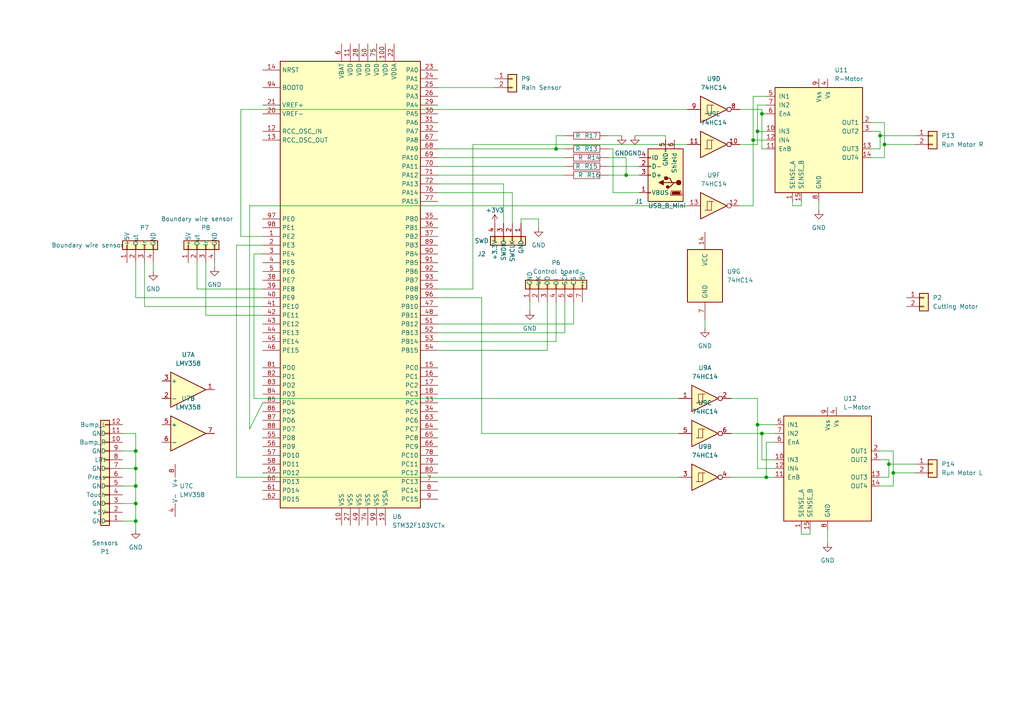
<source format=kicad_sch>
(kicad_sch (version 20211123) (generator eeschema)
  (paper "A4")
  (lib_symbols
    (symbol "74xx:74HC14" (pin_names (offset 1.016))
      (property "Reference" "U" (at 0 1.27 0))
      (property "Value" "74HC14" (at 0 -1.27 0))
      (symbol "74HC14_1_0"
        (polyline (pts (xy -3.81 3.81) (xy -3.81 -3.81) (xy 3.81 0) (xy -3.81 3.81)) (stroke (width 0.254)) (fill (type background)))
        (pin input line (at -7.62 0 0) (length 3.81) (name "~") (number "1"))
        (pin output inverted (at 7.62 0 180) (length 3.81) (name "~") (number "2"))
      )
      (symbol "74HC14_1_1"
        (polyline (pts (xy -1.905 -1.27) (xy -1.905 1.27) (xy -0.635 1.27)))
        (polyline (pts (xy -2.54 -1.27) (xy -0.635 -1.27) (xy -0.635 1.27) (xy 0 1.27)))
      )
      (symbol "74HC14_2_0"
        (polyline (pts (xy -3.81 3.81) (xy -3.81 -3.81) (xy 3.81 0) (xy -3.81 3.81)) (stroke (width 0.254)) (fill (type background)))
        (pin input line (at -7.62 0 0) (length 3.81) (name "~") (number "3"))
        (pin output inverted (at 7.62 0 180) (length 3.81) (name "~") (number "4"))
      )
      (symbol "74HC14_2_1"
        (polyline (pts (xy -1.905 -1.27) (xy -1.905 1.27) (xy -0.635 1.27)))
        (polyline (pts (xy -2.54 -1.27) (xy -0.635 -1.27) (xy -0.635 1.27) (xy 0 1.27)))
      )
      (symbol "74HC14_3_0"
        (polyline (pts (xy -3.81 3.81) (xy -3.81 -3.81) (xy 3.81 0) (xy -3.81 3.81)) (stroke (width 0.254)) (fill (type background)))
        (pin input line (at -7.62 0 0) (length 3.81) (name "~") (number "5"))
        (pin output inverted (at 7.62 0 180) (length 3.81) (name "~") (number "6"))
      )
      (symbol "74HC14_3_1"
        (polyline (pts (xy -1.905 -1.27) (xy -1.905 1.27) (xy -0.635 1.27)))
        (polyline (pts (xy -2.54 -1.27) (xy -0.635 -1.27) (xy -0.635 1.27) (xy 0 1.27)))
      )
      (symbol "74HC14_4_0"
        (polyline (pts (xy -3.81 3.81) (xy -3.81 -3.81) (xy 3.81 0) (xy -3.81 3.81)) (stroke (width 0.254)) (fill (type background)))
        (pin output inverted (at 7.62 0 180) (length 3.81) (name "~") (number "8"))
        (pin input line (at -7.62 0 0) (length 3.81) (name "~") (number "9"))
      )
      (symbol "74HC14_4_1"
        (polyline (pts (xy -1.905 -1.27) (xy -1.905 1.27) (xy -0.635 1.27)))
        (polyline (pts (xy -2.54 -1.27) (xy -0.635 -1.27) (xy -0.635 1.27) (xy 0 1.27)))
      )
      (symbol "74HC14_5_0"
        (polyline (pts (xy -3.81 3.81) (xy -3.81 -3.81) (xy 3.81 0) (xy -3.81 3.81)) (stroke (width 0.254)) (fill (type background)))
        (pin output inverted (at 7.62 0 180) (length 3.81) (name "~") (number "10"))
        (pin input line (at -7.62 0 0) (length 3.81) (name "~") (number "11"))
      )
      (symbol "74HC14_5_1"
        (polyline (pts (xy -1.905 -1.27) (xy -1.905 1.27) (xy -0.635 1.27)))
        (polyline (pts (xy -2.54 -1.27) (xy -0.635 -1.27) (xy -0.635 1.27) (xy 0 1.27)))
      )
      (symbol "74HC14_6_0"
        (polyline (pts (xy -3.81 3.81) (xy -3.81 -3.81) (xy 3.81 0) (xy -3.81 3.81)) (stroke (width 0.254)) (fill (type background)))
        (pin output inverted (at 7.62 0 180) (length 3.81) (name "~") (number "12"))
        (pin input line (at -7.62 0 0) (length 3.81) (name "~") (number "13"))
      )
      (symbol "74HC14_6_1"
        (polyline (pts (xy -1.905 -1.27) (xy -1.905 1.27) (xy -0.635 1.27)))
        (polyline (pts (xy -2.54 -1.27) (xy -0.635 -1.27) (xy -0.635 1.27) (xy 0 1.27)))
      )
      (symbol "74HC14_7_0"
        (pin power_in line (at 0 12.7 270) (length 5.08) (name "VCC") (number "14"))
        (pin power_in line (at 0 -12.7 90) (length 5.08) (name "GND") (number "7"))
      )
      (symbol "74HC14_7_1"
        (rectangle (start -5.08 7.62) (end 5.08 -7.62) (stroke (width 0.254)) (fill (type background)))
      )
    )
    (symbol "Amplifier_Operational:LMV358" (pin_names (offset 0.127))
      (property "Reference" "U" (at 0 5.08 0))
      (property "Value" "LMV358" (at 0 -5.08 0))
      (symbol "LMV358_1_1"
        (polyline (pts (xy -5.08 5.08) (xy 5.08 0) (xy -5.08 -5.08) (xy -5.08 5.08)) (stroke (width 0.254)) (fill (type background)))
        (pin output line (at 7.62 0 180) (length 2.54) (name "~") (number "1"))
        (pin input line (at -7.62 -2.54 0) (length 2.54) (name "-") (number "2"))
        (pin input line (at -7.62 2.54 0) (length 2.54) (name "+") (number "3"))
      )
      (symbol "LMV358_2_1"
        (polyline (pts (xy -5.08 5.08) (xy 5.08 0) (xy -5.08 -5.08) (xy -5.08 5.08)) (stroke (width 0.254)) (fill (type background)))
        (pin input line (at -7.62 2.54 0) (length 2.54) (name "+") (number "5"))
        (pin input line (at -7.62 -2.54 0) (length 2.54) (name "-") (number "6"))
        (pin output line (at 7.62 0 180) (length 2.54) (name "~") (number "7"))
      )
      (symbol "LMV358_3_1"
        (pin power_in line (at -2.54 -7.62 90) (length 3.81) (name "V-") (number "4"))
        (pin power_in line (at -2.54 7.62 270) (length 3.81) (name "V+") (number "8"))
      )
    )
    (symbol "Conn_01x04_1" (pin_names (offset 1.016))
      (property "Reference" "P7" (at 0 11.43 0))
      (property "Value" "Conn_01x04_1" (at 0 8.89 0))
      (symbol "Conn_01x04_1_1_1"
        (rectangle (start -1.27 -4.953) (end 0 -5.207) (stroke (width 0.1524)))
        (rectangle (start -1.27 -2.413) (end 0 -2.667) (stroke (width 0.1524)))
        (rectangle (start -1.27 0.127) (end 0 -0.127) (stroke (width 0.1524)))
        (rectangle (start -1.27 2.667) (end 0 2.413) (stroke (width 0.1524)))
        (rectangle (start -1.27 3.81) (end 1.27 -6.35) (stroke (width 0.254)) (fill (type background)))
        (pin power_in line (at -5.08 2.54 0) (length 3.81) (name "+5V") (number "1"))
        (pin output line (at -5.08 0 0) (length 3.81) (name "Out") (number "2"))
        (pin input line (at -5.08 -2.54 0) (length 3.81) (name "In") (number "3"))
        (pin power_in line (at -5.08 -5.08 0) (length 3.81) (name "GND") (number "4"))
      )
    )
    (symbol "Conn_01x04_2" (pin_names (offset 1.016))
      (property "Reference" "P8" (at 0 11.43 0))
      (property "Value" "Conn_01x04_2" (at 0 8.89 0))
      (symbol "Conn_01x04_2_1_1"
        (rectangle (start -1.27 -4.953) (end 0 -5.207) (stroke (width 0.1524)))
        (rectangle (start -1.27 -2.413) (end 0 -2.667) (stroke (width 0.1524)))
        (rectangle (start -1.27 0.127) (end 0 -0.127) (stroke (width 0.1524)))
        (rectangle (start -1.27 2.667) (end 0 2.413) (stroke (width 0.1524)))
        (rectangle (start -1.27 3.81) (end 1.27 -6.35) (stroke (width 0.254)) (fill (type background)))
        (pin power_in line (at -5.08 2.54 0) (length 3.81) (name "+5V") (number "1"))
        (pin output line (at -5.08 0 0) (length 3.81) (name "Out") (number "2"))
        (pin input line (at -5.08 -2.54 0) (length 3.81) (name "In") (number "3"))
        (pin power_in line (at -5.08 -5.08 0) (length 3.81) (name "GND") (number "4"))
      )
    )
    (symbol "Connector:USB_B_Mini" (pin_names (offset 1.016))
      (property "Reference" "J" (at -5.08 11.43 0))
      (property "Value" "USB_B_Mini" (at -5.08 8.89 0))
      (symbol "USB_B_Mini_0_1"
        (rectangle (start -5.08 -7.62) (end 5.08 7.62) (stroke (width 0.254)) (fill (type background)))
        (circle (center -3.81 2.159) (radius 0.635) (stroke (width 0.254)) (fill (type outline)))
        (circle (center -0.635 3.429) (radius 0.381) (stroke (width 0.254)) (fill (type outline)))
        (rectangle (start -0.127 -7.62) (end 0.127 -6.858))
        (polyline (pts (xy -1.905 2.159) (xy 0.635 2.159)) (stroke (width 0.254)))
        (polyline (pts (xy -3.175 2.159) (xy -2.54 2.159) (xy -1.27 3.429) (xy -0.635 3.429)) (stroke (width 0.254)))
        (polyline (pts (xy -2.54 2.159) (xy -1.905 2.159) (xy -1.27 0.889) (xy 0 0.889)) (stroke (width 0.254)))
        (polyline (pts (xy 0.635 2.794) (xy 0.635 1.524) (xy 1.905 2.159) (xy 0.635 2.794)) (stroke (width 0.254)) (fill (type outline)))
        (polyline (pts (xy -4.318 5.588) (xy -1.778 5.588) (xy -2.032 4.826) (xy -4.064 4.826) (xy -4.318 5.588)) (fill (type outline)))
        (polyline (pts (xy -4.699 5.842) (xy -4.699 5.588) (xy -4.445 4.826) (xy -4.445 4.572) (xy -1.651 4.572) (xy -1.651 4.826) (xy -1.397 5.588) (xy -1.397 5.842) (xy -4.699 5.842)))
        (rectangle (start 0.254 1.27) (end -0.508 0.508) (stroke (width 0.254)) (fill (type outline)))
        (rectangle (start 5.08 -5.207) (end 4.318 -4.953))
        (rectangle (start 5.08 -2.667) (end 4.318 -2.413))
        (rectangle (start 5.08 -0.127) (end 4.318 0.127))
        (rectangle (start 5.08 4.953) (end 4.318 5.207))
      )
      (symbol "USB_B_Mini_1_1"
        (pin power_out line (at 7.62 5.08 180) (length 2.54) (name "VBUS") (number "1"))
        (pin bidirectional line (at 7.62 -2.54 180) (length 2.54) (name "D-") (number "2"))
        (pin bidirectional line (at 7.62 0 180) (length 2.54) (name "D+") (number "3"))
        (pin passive line (at 7.62 -5.08 180) (length 2.54) (name "ID") (number "4"))
        (pin power_out line (at 0 -10.16 90) (length 2.54) (name "GND") (number "5"))
        (pin passive line (at -2.54 -10.16 90) (length 2.54) (name "Shield") (number "6"))
      )
    )
    (symbol "Connector_Generic:Conn_01x02" (pin_names (offset 1.016) hide)
      (property "Reference" "J" (at 0 2.54 0))
      (property "Value" "Conn_01x02" (at 0 -5.08 0))
      (symbol "Conn_01x02_1_1"
        (rectangle (start -1.27 -2.413) (end 0 -2.667) (stroke (width 0.1524)))
        (rectangle (start -1.27 0.127) (end 0 -0.127) (stroke (width 0.1524)))
        (rectangle (start -1.27 1.27) (end 1.27 -3.81) (stroke (width 0.254)) (fill (type background)))
        (pin passive line (at -5.08 0 0) (length 3.81) (name "Pin_1") (number "1"))
        (pin passive line (at -5.08 -2.54 0) (length 3.81) (name "Pin_2") (number "2"))
      )
    )
    (symbol "Connector_Generic:Conn_01x04" (pin_names (offset 1.016))
      (property "Reference" "J2" (at 2.54 0.0001 0))
      (property "Value" "SWD" (at 2.54 -2.5399 0))
      (symbol "Conn_01x04_1_1"
        (rectangle (start -1.27 -4.953) (end 0 -5.207) (stroke (width 0.1524)))
        (rectangle (start -1.27 -2.413) (end 0 -2.667) (stroke (width 0.1524)))
        (rectangle (start -1.27 0.127) (end 0 -0.127) (stroke (width 0.1524)))
        (rectangle (start -1.27 2.667) (end 0 2.413) (stroke (width 0.1524)))
        (rectangle (start -1.27 3.81) (end 1.27 -6.35) (stroke (width 0.254)) (fill (type background)))
        (pin power_in line (at -5.08 2.54 0) (length 3.81) (name "GND") (number "1"))
        (pin input line (at -5.08 0 0) (length 3.81) (name "SWCLK") (number "2"))
        (pin bidirectional line (at -5.08 -2.54 0) (length 3.81) (name "SWDIO") (number "3"))
        (pin power_in line (at -5.08 -5.08 0) (length 3.81) (name "+3.3V") (number "4"))
      )
    )
    (symbol "Connector_Generic:Conn_01x07" (pin_names (offset 1.016))
      (property "Reference" "P6" (at 2.54 1.2701 0))
      (property "Value" "Control board" (at 2.54 -1.2699 0))
      (symbol "Conn_01x07_1_1"
        (rectangle (start -1.27 -7.493) (end 0 -7.747) (stroke (width 0.1524)))
        (rectangle (start -1.27 -4.953) (end 0 -5.207) (stroke (width 0.1524)))
        (rectangle (start -1.27 -2.413) (end 0 -2.667) (stroke (width 0.1524)))
        (rectangle (start -1.27 0.127) (end 0 -0.127) (stroke (width 0.1524)))
        (rectangle (start -1.27 2.667) (end 0 2.413) (stroke (width 0.1524)))
        (rectangle (start -1.27 5.207) (end 0 4.953) (stroke (width 0.1524)))
        (rectangle (start -1.27 7.747) (end 0 7.493) (stroke (width 0.1524)))
        (rectangle (start -1.27 8.89) (end 1.27 -8.89) (stroke (width 0.254)) (fill (type background)))
        (pin power_in line (at -5.08 7.62 0) (length 3.81) (name "GND") (number "1"))
        (pin input line (at -5.08 5.08 0) (length 3.81) (name "WK") (number "2"))
        (pin output line (at -5.08 2.54 0) (length 3.81) (name "DO") (number "3"))
        (pin input line (at -5.08 0 0) (length 3.81) (name "DI") (number "4"))
        (pin bidirectional line (at -5.08 -2.54 0) (length 3.81) (name "SCK") (number "5"))
        (pin input line (at -5.08 -5.08 0) (length 3.81) (name "CS") (number "6"))
        (pin power_in line (at -5.08 -7.62 0) (length 3.81) (name "+5V") (number "7"))
      )
    )
    (symbol "Connector_Generic:Conn_01x12" (pin_names (offset 1.016))
      (property "Reference" "P1" (at 0 21.59 0))
      (property "Value" "Sensors" (at 0 19.05 0))
      (symbol "Conn_01x12_1_1"
        (rectangle (start -1.27 -15.113) (end 0 -15.367) (stroke (width 0.1524)))
        (rectangle (start -1.27 -12.573) (end 0 -12.827) (stroke (width 0.1524)))
        (rectangle (start -1.27 -10.033) (end 0 -10.287) (stroke (width 0.1524)))
        (rectangle (start -1.27 -7.493) (end 0 -7.747) (stroke (width 0.1524)))
        (rectangle (start -1.27 -4.953) (end 0 -5.207) (stroke (width 0.1524)))
        (rectangle (start -1.27 -2.413) (end 0 -2.667) (stroke (width 0.1524)))
        (rectangle (start -1.27 0.127) (end 0 -0.127) (stroke (width 0.1524)))
        (rectangle (start -1.27 2.667) (end 0 2.413) (stroke (width 0.1524)))
        (rectangle (start -1.27 5.207) (end 0 4.953) (stroke (width 0.1524)))
        (rectangle (start -1.27 7.747) (end 0 7.493) (stroke (width 0.1524)))
        (rectangle (start -1.27 10.287) (end 0 10.033) (stroke (width 0.1524)))
        (rectangle (start -1.27 12.827) (end 0 12.573) (stroke (width 0.1524)))
        (rectangle (start -1.27 13.97) (end 1.27 -16.51) (stroke (width 0.254)) (fill (type background)))
        (pin power_in line (at -5.08 12.7 0) (length 3.81) (name "GND") (number "1"))
        (pin passive line (at -5.08 -10.16 0) (length 3.81) (name "Bump_R") (number "10"))
        (pin power_in line (at -5.08 -12.7 0) (length 3.81) (name "GND") (number "11"))
        (pin passive line (at -5.08 -15.24 0) (length 3.81) (name "Bump_L") (number "12"))
        (pin power_in line (at -5.08 10.16 0) (length 3.81) (name "+5V") (number "2"))
        (pin power_in line (at -5.08 7.62 0) (length 3.81) (name "GND") (number "3"))
        (pin passive line (at -5.08 5.08 0) (length 3.81) (name "Touch") (number "4"))
        (pin power_in line (at -5.08 2.54 0) (length 3.81) (name "GND") (number "5"))
        (pin passive line (at -5.08 0 0) (length 3.81) (name "Press") (number "6"))
        (pin power_in line (at -5.08 -2.54 0) (length 3.81) (name "GND") (number "7"))
        (pin passive line (at -5.08 -5.08 0) (length 3.81) (name "Lift") (number "8"))
        (pin power_in line (at -5.08 -7.62 0) (length 3.81) (name "GND") (number "9"))
      )
    )
    (symbol "Driver_Motor:L298HN" (pin_names (offset 1.016))
      (property "Reference" "U" (at -10.16 16.51 0))
      (property "Value" "L298HN" (at 12.7 16.51 0))
      (symbol "L298HN_0_1"
        (rectangle (start -12.7 15.24) (end 12.7 -15.24) (stroke (width 0.254)) (fill (type background)))
      )
      (symbol "L298HN_1_1"
        (pin power_in line (at -7.62 -17.78 90) (length 2.54) (name "SENSE_A") (number "1"))
        (pin input line (at -15.24 2.54 0) (length 2.54) (name "IN3") (number "10"))
        (pin input line (at -15.24 -2.54 0) (length 2.54) (name "EnB") (number "11"))
        (pin input line (at -15.24 0 0) (length 2.54) (name "IN4") (number "12"))
        (pin output line (at 15.24 -2.54 180) (length 2.54) (name "OUT3") (number "13"))
        (pin output line (at 15.24 -5.08 180) (length 2.54) (name "OUT4") (number "14"))
        (pin power_in line (at -5.08 -17.78 90) (length 2.54) (name "SENSE_B") (number "15"))
        (pin output line (at 15.24 5.08 180) (length 2.54) (name "OUT1") (number "2"))
        (pin output line (at 15.24 2.54 180) (length 2.54) (name "OUT2") (number "3"))
        (pin power_in line (at 2.54 17.78 270) (length 2.54) (name "Vs") (number "4"))
        (pin input line (at -15.24 12.7 0) (length 2.54) (name "IN1") (number "5"))
        (pin input line (at -15.24 7.62 0) (length 2.54) (name "EnA") (number "6"))
        (pin input line (at -15.24 10.16 0) (length 2.54) (name "IN2") (number "7"))
        (pin power_in line (at 0 -17.78 90) (length 2.54) (name "GND") (number "8"))
        (pin power_in line (at 0 17.78 270) (length 2.54) (name "Vss") (number "9"))
      )
    )
    (symbol "MCU_ST_STM32F1:STM32F103VCTx"
      (property "Reference" "U" (at -20.32 64.77 0))
      (property "Value" "STM32F103VCTx" (at 15.24 64.77 0))
      (symbol "STM32F103VCTx_0_1"
        (rectangle (start -20.32 -66.04) (end 20.32 63.5) (stroke (width 0.254)) (fill (type background)))
      )
      (symbol "STM32F103VCTx_1_1"
        (pin bidirectional line (at -25.4 12.7 0) (length 5.08) (name "PE2") (number "1"))
        (pin power_in line (at -2.54 -71.12 90) (length 5.08) (name "VSS") (number "10"))
        (pin power_in line (at 10.16 68.58 270) (length 5.08) (name "VDD") (number "100"))
        (pin power_in line (at 0 68.58 270) (length 5.08) (name "VDD") (number "11"))
        (pin input line (at -25.4 43.18 0) (length 5.08) (name "RCC_OSC_IN") (number "12"))
        (pin input line (at -25.4 40.64 0) (length 5.08) (name "RCC_OSC_OUT") (number "13"))
        (pin input line (at -25.4 60.96 0) (length 5.08) (name "NRST") (number "14"))
        (pin bidirectional line (at 25.4 -25.4 180) (length 5.08) (name "PC0") (number "15"))
        (pin bidirectional line (at 25.4 -27.94 180) (length 5.08) (name "PC1") (number "16"))
        (pin bidirectional line (at 25.4 -30.48 180) (length 5.08) (name "PC2") (number "17"))
        (pin bidirectional line (at 25.4 -33.02 180) (length 5.08) (name "PC3") (number "18"))
        (pin power_in line (at 10.16 -71.12 90) (length 5.08) (name "VSSA") (number "19"))
        (pin bidirectional line (at -25.4 10.16 0) (length 5.08) (name "PE3") (number "2"))
        (pin power_in line (at -25.4 48.26 0) (length 5.08) (name "VREF-") (number "20"))
        (pin power_in line (at -25.4 50.8 0) (length 5.08) (name "VREF+") (number "21"))
        (pin power_in line (at 12.7 68.58 270) (length 5.08) (name "VDDA") (number "22"))
        (pin bidirectional line (at 25.4 60.96 180) (length 5.08) (name "PA0") (number "23"))
        (pin bidirectional line (at 25.4 58.42 180) (length 5.08) (name "PA1") (number "24"))
        (pin bidirectional line (at 25.4 55.88 180) (length 5.08) (name "PA2") (number "25"))
        (pin bidirectional line (at 25.4 53.34 180) (length 5.08) (name "PA3") (number "26"))
        (pin power_in line (at 0 -71.12 90) (length 5.08) (name "VSS") (number "27"))
        (pin power_in line (at 2.54 68.58 270) (length 5.08) (name "VDD") (number "28"))
        (pin bidirectional line (at 25.4 50.8 180) (length 5.08) (name "PA4") (number "29"))
        (pin bidirectional line (at -25.4 7.62 0) (length 5.08) (name "PE4") (number "3"))
        (pin bidirectional line (at 25.4 48.26 180) (length 5.08) (name "PA5") (number "30"))
        (pin bidirectional line (at 25.4 45.72 180) (length 5.08) (name "PA6") (number "31"))
        (pin bidirectional line (at 25.4 43.18 180) (length 5.08) (name "PA7") (number "32"))
        (pin bidirectional line (at 25.4 -35.56 180) (length 5.08) (name "PC4") (number "33"))
        (pin bidirectional line (at 25.4 -38.1 180) (length 5.08) (name "PC5") (number "34"))
        (pin bidirectional line (at 25.4 17.78 180) (length 5.08) (name "PB0") (number "35"))
        (pin bidirectional line (at 25.4 15.24 180) (length 5.08) (name "PB1") (number "36"))
        (pin bidirectional line (at 25.4 12.7 180) (length 5.08) (name "PB2") (number "37"))
        (pin bidirectional line (at -25.4 0 0) (length 5.08) (name "PE7") (number "38"))
        (pin bidirectional line (at -25.4 -2.54 0) (length 5.08) (name "PE8") (number "39"))
        (pin bidirectional line (at -25.4 5.08 0) (length 5.08) (name "PE5") (number "4"))
        (pin bidirectional line (at -25.4 -5.08 0) (length 5.08) (name "PE9") (number "40"))
        (pin bidirectional line (at -25.4 -7.62 0) (length 5.08) (name "PE10") (number "41"))
        (pin bidirectional line (at -25.4 -10.16 0) (length 5.08) (name "PE11") (number "42"))
        (pin bidirectional line (at -25.4 -12.7 0) (length 5.08) (name "PE12") (number "43"))
        (pin bidirectional line (at -25.4 -15.24 0) (length 5.08) (name "PE13") (number "44"))
        (pin bidirectional line (at -25.4 -17.78 0) (length 5.08) (name "PE14") (number "45"))
        (pin bidirectional line (at -25.4 -20.32 0) (length 5.08) (name "PE15") (number "46"))
        (pin bidirectional line (at 25.4 -7.62 180) (length 5.08) (name "PB10") (number "47"))
        (pin bidirectional line (at 25.4 -10.16 180) (length 5.08) (name "PB11") (number "48"))
        (pin power_in line (at 2.54 -71.12 90) (length 5.08) (name "VSS") (number "49"))
        (pin bidirectional line (at -25.4 2.54 0) (length 5.08) (name "PE6") (number "5"))
        (pin power_in line (at 5.08 68.58 270) (length 5.08) (name "VDD") (number "50"))
        (pin bidirectional line (at 25.4 -12.7 180) (length 5.08) (name "PB12") (number "51"))
        (pin bidirectional line (at 25.4 -15.24 180) (length 5.08) (name "PB13") (number "52"))
        (pin bidirectional line (at 25.4 -17.78 180) (length 5.08) (name "PB14") (number "53"))
        (pin bidirectional line (at 25.4 -20.32 180) (length 5.08) (name "PB15") (number "54"))
        (pin bidirectional line (at -25.4 -45.72 0) (length 5.08) (name "PD8") (number "55"))
        (pin bidirectional line (at -25.4 -48.26 0) (length 5.08) (name "PD9") (number "56"))
        (pin bidirectional line (at -25.4 -50.8 0) (length 5.08) (name "PD10") (number "57"))
        (pin bidirectional line (at -25.4 -53.34 0) (length 5.08) (name "PD11") (number "58"))
        (pin bidirectional line (at -25.4 -55.88 0) (length 5.08) (name "PD12") (number "59"))
        (pin power_in line (at -2.54 68.58 270) (length 5.08) (name "VBAT") (number "6"))
        (pin bidirectional line (at -25.4 -58.42 0) (length 5.08) (name "PD13") (number "60"))
        (pin bidirectional line (at -25.4 -60.96 0) (length 5.08) (name "PD14") (number "61"))
        (pin bidirectional line (at -25.4 -63.5 0) (length 5.08) (name "PD15") (number "62"))
        (pin bidirectional line (at 25.4 -40.64 180) (length 5.08) (name "PC6") (number "63"))
        (pin bidirectional line (at 25.4 -43.18 180) (length 5.08) (name "PC7") (number "64"))
        (pin bidirectional line (at 25.4 -45.72 180) (length 5.08) (name "PC8") (number "65"))
        (pin bidirectional line (at 25.4 -48.26 180) (length 5.08) (name "PC9") (number "66"))
        (pin bidirectional line (at 25.4 40.64 180) (length 5.08) (name "PA8") (number "67"))
        (pin bidirectional line (at 25.4 38.1 180) (length 5.08) (name "PA9") (number "68"))
        (pin bidirectional line (at 25.4 35.56 180) (length 5.08) (name "PA10") (number "69"))
        (pin bidirectional line (at 25.4 -58.42 180) (length 5.08) (name "PC13") (number "7"))
        (pin bidirectional line (at 25.4 33.02 180) (length 5.08) (name "PA11") (number "70"))
        (pin bidirectional line (at 25.4 30.48 180) (length 5.08) (name "PA12") (number "71"))
        (pin bidirectional line (at 25.4 27.94 180) (length 5.08) (name "PA13") (number "72"))
        (pin no_connect line (at -20.32 -63.5 0) (length 5.08) hide (name "NC") (number "73"))
        (pin power_in line (at 5.08 -71.12 90) (length 5.08) (name "VSS") (number "74"))
        (pin power_in line (at 7.62 68.58 270) (length 5.08) (name "VDD") (number "75"))
        (pin bidirectional line (at 25.4 25.4 180) (length 5.08) (name "PA14") (number "76"))
        (pin bidirectional line (at 25.4 22.86 180) (length 5.08) (name "PA15") (number "77"))
        (pin bidirectional line (at 25.4 -50.8 180) (length 5.08) (name "PC10") (number "78"))
        (pin bidirectional line (at 25.4 -53.34 180) (length 5.08) (name "PC11") (number "79"))
        (pin bidirectional line (at 25.4 -60.96 180) (length 5.08) (name "PC14") (number "8"))
        (pin bidirectional line (at 25.4 -55.88 180) (length 5.08) (name "PC12") (number "80"))
        (pin bidirectional line (at -25.4 -25.4 0) (length 5.08) (name "PD0") (number "81"))
        (pin bidirectional line (at -25.4 -27.94 0) (length 5.08) (name "PD1") (number "82"))
        (pin bidirectional line (at -25.4 -30.48 0) (length 5.08) (name "PD2") (number "83"))
        (pin bidirectional line (at -25.4 -33.02 0) (length 5.08) (name "PD3") (number "84"))
        (pin bidirectional line (at -25.4 -35.56 0) (length 5.08) (name "PD4") (number "85"))
        (pin bidirectional line (at -25.4 -38.1 0) (length 5.08) (name "PD5") (number "86"))
        (pin bidirectional line (at -25.4 -40.64 0) (length 5.08) (name "PD6") (number "87"))
        (pin bidirectional line (at -25.4 -43.18 0) (length 5.08) (name "PD7") (number "88"))
        (pin bidirectional line (at 25.4 10.16 180) (length 5.08) (name "PB3") (number "89"))
        (pin bidirectional line (at 25.4 -63.5 180) (length 5.08) (name "PC15") (number "9"))
        (pin bidirectional line (at 25.4 7.62 180) (length 5.08) (name "PB4") (number "90"))
        (pin bidirectional line (at 25.4 5.08 180) (length 5.08) (name "PB5") (number "91"))
        (pin bidirectional line (at 25.4 2.54 180) (length 5.08) (name "PB6") (number "92"))
        (pin bidirectional line (at 25.4 0 180) (length 5.08) (name "PB7") (number "93"))
        (pin input line (at -25.4 55.88 0) (length 5.08) (name "BOOT0") (number "94"))
        (pin bidirectional line (at 25.4 -2.54 180) (length 5.08) (name "PB8") (number "95"))
        (pin bidirectional line (at 25.4 -5.08 180) (length 5.08) (name "PB9") (number "96"))
        (pin bidirectional line (at -25.4 17.78 0) (length 5.08) (name "PE0") (number "97"))
        (pin bidirectional line (at -25.4 15.24 0) (length 5.08) (name "PE1") (number "98"))
        (pin power_in line (at 7.62 -71.12 90) (length 5.08) (name "VSS") (number "99"))
      )
    )
    (symbol "power:+3V3" (power) (pin_names (offset 0))
      (property "Value" "+3V3" (at 0 3.556 0))
      (symbol "+3V3_0_1"
        (polyline (pts (xy -0.762 1.27) (xy 0 2.54)))
        (polyline (pts (xy 0 0) (xy 0 2.54)))
        (polyline (pts (xy 0 2.54) (xy 0.762 1.27)))
      )
      (symbol "+3V3_1_1"
        (pin power_in line (at 0 0 90) (length 0) hide (name "+3V3") (number "1"))
      )
    )
    (symbol "power:GND" (power) (pin_names (offset 0))
      (property "Value" "GND" (at 0 -3.81 0))
      (symbol "GND_0_1"
        (polyline (pts (xy 0 0) (xy 0 -1.27) (xy 1.27 -1.27) (xy 0 -2.54) (xy -1.27 -1.27) (xy 0 -1.27)))
      )
      (symbol "GND_1_1"
        (pin power_in line (at 0 0 270) (length 0) hide (name "GND") (number "1"))
      )
    )
    (symbol "pspice:R" (pin_numbers hide) (pin_names (offset 0))
      (property "Reference" "R" (at 2.032 0 90))
      (property "Value" "R" (at 0 0 90))
      (symbol "R_0_1"
        (rectangle (start -1.016 3.81) (end 1.016 -3.81))
      )
      (symbol "R_1_1"
        (pin passive line (at 0 6.35 270) (length 2.54) (name "~") (number "1"))
        (pin passive line (at 0 -6.35 90) (length 2.54) (name "~") (number "2"))
      )
    )
  )
  (junction (at 220.98 33.02))
  (junction (at 39.37 135.89))
  (junction (at 39.37 151.13))
  (junction (at 219.71 38.1))
  (junction (at 39.37 140.97))
  (junction (at 259.08 137.16))
  (junction (at 220.98 125.73))
  (junction (at 222.25 138.43))
  (junction (at 257.81 134.62))
  (junction (at 219.71 123.19))
  (junction (at 181.61 50.8))
  (junction (at 256.54 41.91))
  (junction (at 218.44 40.64))
  (junction (at 255.27 39.37))
  (junction (at 161.29 43.18))
  (junction (at 39.37 146.05))
  (junction (at 39.37 130.81))
  (wire (pts (xy 127 43.18) (xy 161.29 43.18)))
  (wire (pts (xy 219.71 38.1) (xy 222.25 38.1)))
  (wire (pts (xy 72.39 59.69) (xy 72.39 124.46)))
  (wire (pts (xy 68.58 71.12) (xy 68.58 138.43)))
  (wire (pts (xy 181.61 45.72) (xy 181.61 50.8)))
  (wire (pts (xy 259.08 137.16) (xy 259.08 130.81)))
  (wire (pts (xy 35.56 135.89) (xy 39.37 135.89)))
  (wire (pts (xy 232.41 153.67) (xy 232.41 154.94)))
  (wire (pts (xy 146.05 64.77) (xy 146.05 53.34)))
  (wire (pts (xy 127 96.52) (xy 163.83 96.52)))
  (wire (pts (xy 240.03 157.48) (xy 240.03 153.67)))
  (wire (pts (xy 220.98 133.35) (xy 220.98 125.73)))
  (wire (pts (xy 127 101.6) (xy 158.75 101.6)))
  (wire (pts (xy 72.39 124.46) (xy 76.2 116.84)))
  (wire (pts (xy 259.08 130.81) (xy 255.27 130.81)))
  (wire (pts (xy 35.56 140.97) (xy 39.37 140.97)))
  (wire (pts (xy 219.71 123.19) (xy 224.79 123.19)))
  (wire (pts (xy 161.29 43.18) (xy 163.83 43.18)))
  (wire (pts (xy 127 99.06) (xy 161.29 99.06)))
  (wire (pts (xy 177.8 43.18) (xy 176.53 43.18)))
  (wire (pts (xy 259.08 140.97) (xy 259.08 137.16)))
  (wire (pts (xy 212.09 125.73) (xy 220.98 125.73)))
  (wire (pts (xy 256.54 35.56) (xy 256.54 41.91)))
  (wire (pts (xy 69.85 31.75) (xy 69.85 68.58)))
  (wire (pts (xy 139.7 125.73) (xy 196.85 125.73)))
  (wire (pts (xy 57.15 83.82) (xy 76.2 83.82)))
  (wire (pts (xy 220.98 33.02) (xy 220.98 43.18)))
  (wire (pts (xy 39.37 125.73) (xy 39.37 130.81)))
  (wire (pts (xy 234.95 154.94) (xy 234.95 153.67)))
  (wire (pts (xy 255.27 39.37) (xy 265.43 39.37)))
  (wire (pts (xy 41.91 88.9) (xy 76.2 88.9)))
  (wire (pts (xy 39.37 76.2) (xy 39.37 86.36)))
  (wire (pts (xy 219.71 30.48) (xy 219.71 38.1)))
  (wire (pts (xy 184.15 39.37) (xy 193.04 39.37)))
  (wire (pts (xy 257.81 134.62) (xy 257.81 133.35)))
  (wire (pts (xy 35.56 146.05) (xy 39.37 146.05)))
  (wire (pts (xy 127 93.98) (xy 166.37 93.98)))
  (wire (pts (xy 69.85 68.58) (xy 76.2 68.58)))
  (wire (pts (xy 196.85 138.43) (xy 68.58 138.43)))
  (wire (pts (xy 199.39 59.69) (xy 72.39 59.69)))
  (wire (pts (xy 41.91 88.9) (xy 41.91 76.2)))
  (wire (pts (xy 39.37 135.89) (xy 39.37 140.97)))
  (wire (pts (xy 139.7 86.36) (xy 139.7 125.73)))
  (wire (pts (xy 214.63 59.69) (xy 218.44 59.69)))
  (wire (pts (xy 127 55.88) (xy 148.59 55.88)))
  (wire (pts (xy 180.34 39.37) (xy 176.53 39.37)))
  (wire (pts (xy 237.49 60.96) (xy 237.49 58.42)))
  (wire (pts (xy 257.81 133.35) (xy 255.27 133.35)))
  (wire (pts (xy 255.27 140.97) (xy 259.08 140.97)))
  (wire (pts (xy 137.16 41.91) (xy 199.39 41.91)))
  (wire (pts (xy 185.42 50.8) (xy 181.61 50.8)))
  (wire (pts (xy 219.71 115.57) (xy 219.71 123.19)))
  (wire (pts (xy 127 25.4) (xy 143.51 25.4)))
  (wire (pts (xy 219.71 41.91) (xy 214.63 41.91)))
  (wire (pts (xy 219.71 135.89) (xy 219.71 123.19)))
  (wire (pts (xy 252.73 38.1) (xy 255.27 38.1)))
  (wire (pts (xy 222.25 128.27) (xy 224.79 128.27)))
  (wire (pts (xy 212.09 115.57) (xy 219.71 115.57)))
  (wire (pts (xy 177.8 43.18) (xy 177.8 55.88)))
  (wire (pts (xy 35.56 130.81) (xy 39.37 130.81)))
  (wire (pts (xy 39.37 151.13) (xy 39.37 153.67)))
  (wire (pts (xy 218.44 27.94) (xy 218.44 40.64)))
  (wire (pts (xy 151.13 63.5) (xy 156.21 63.5)))
  (wire (pts (xy 73.66 73.66) (xy 73.66 115.57)))
  (wire (pts (xy 59.69 91.44) (xy 76.2 91.44)))
  (wire (pts (xy 156.21 66.04) (xy 156.21 63.5)))
  (wire (pts (xy 137.16 83.82) (xy 127 83.82)))
  (wire (pts (xy 166.37 93.98) (xy 166.37 87.63)))
  (wire (pts (xy 255.27 43.18) (xy 252.73 43.18)))
  (wire (pts (xy 220.98 125.73) (xy 224.79 125.73)))
  (wire (pts (xy 158.75 87.63) (xy 158.75 101.6)))
  (wire (pts (xy 161.29 87.63) (xy 161.29 99.06)))
  (wire (pts (xy 257.81 134.62) (xy 265.43 134.62)))
  (wire (pts (xy 222.25 33.02) (xy 220.98 33.02)))
  (wire (pts (xy 218.44 40.64) (xy 222.25 40.64)))
  (wire (pts (xy 255.27 138.43) (xy 257.81 138.43)))
  (wire (pts (xy 204.47 92.71) (xy 204.47 95.25)))
  (wire (pts (xy 219.71 38.1) (xy 219.71 41.91)))
  (wire (pts (xy 57.15 76.2) (xy 57.15 83.82)))
  (wire (pts (xy 232.41 154.94) (xy 234.95 154.94)))
  (wire (pts (xy 177.8 55.88) (xy 185.42 55.88)))
  (wire (pts (xy 222.25 138.43) (xy 222.25 128.27)))
  (wire (pts (xy 176.53 50.8) (xy 181.61 50.8)))
  (wire (pts (xy 218.44 40.64) (xy 218.44 59.69)))
  (wire (pts (xy 257.81 138.43) (xy 257.81 134.62)))
  (wire (pts (xy 151.13 63.5) (xy 151.13 64.77)))
  (wire (pts (xy 148.59 55.88) (xy 148.59 64.77)))
  (wire (pts (xy 163.83 50.8) (xy 127 50.8)))
  (wire (pts (xy 256.54 45.72) (xy 252.73 45.72)))
  (wire (pts (xy 199.39 31.75) (xy 69.85 31.75)))
  (wire (pts (xy 127 48.26) (xy 163.83 48.26)))
  (wire (pts (xy 137.16 41.91) (xy 137.16 83.82)))
  (wire (pts (xy 163.83 39.37) (xy 161.29 39.37)))
  (wire (pts (xy 127 53.34) (xy 146.05 53.34)))
  (wire (pts (xy 193.04 39.37) (xy 193.04 40.64)))
  (wire (pts (xy 39.37 146.05) (xy 39.37 151.13)))
  (wire (pts (xy 259.08 137.16) (xy 265.43 137.16)))
  (wire (pts (xy 44.45 78.74) (xy 44.45 76.2)))
  (wire (pts (xy 255.27 38.1) (xy 255.27 39.37)))
  (wire (pts (xy 161.29 39.37) (xy 161.29 43.18)))
  (wire (pts (xy 176.53 45.72) (xy 181.61 45.72)))
  (wire (pts (xy 68.58 71.12) (xy 76.2 71.12)))
  (wire (pts (xy 212.09 138.43) (xy 222.25 138.43)))
  (wire (pts (xy 59.69 76.2) (xy 59.69 91.44)))
  (wire (pts (xy 153.67 90.17) (xy 153.67 87.63)))
  (wire (pts (xy 39.37 130.81) (xy 39.37 135.89)))
  (wire (pts (xy 35.56 125.73) (xy 39.37 125.73)))
  (wire (pts (xy 220.98 33.02) (xy 220.98 31.75)))
  (wire (pts (xy 35.56 151.13) (xy 39.37 151.13)))
  (wire (pts (xy 176.53 48.26) (xy 185.42 48.26)))
  (wire (pts (xy 229.87 59.69) (xy 232.41 59.69)))
  (wire (pts (xy 256.54 41.91) (xy 265.43 41.91)))
  (wire (pts (xy 252.73 35.56) (xy 256.54 35.56)))
  (wire (pts (xy 224.79 135.89) (xy 219.71 135.89)))
  (wire (pts (xy 256.54 41.91) (xy 256.54 45.72)))
  (wire (pts (xy 163.83 87.63) (xy 163.83 96.52)))
  (wire (pts (xy 255.27 39.37) (xy 255.27 43.18)))
  (wire (pts (xy 73.66 115.57) (xy 196.85 115.57)))
  (wire (pts (xy 220.98 43.18) (xy 222.25 43.18)))
  (wire (pts (xy 232.41 59.69) (xy 232.41 58.42)))
  (wire (pts (xy 214.63 31.75) (xy 220.98 31.75)))
  (wire (pts (xy 224.79 138.43) (xy 222.25 138.43)))
  (wire (pts (xy 222.25 30.48) (xy 219.71 30.48)))
  (wire (pts (xy 39.37 140.97) (xy 39.37 146.05)))
  (wire (pts (xy 229.87 58.42) (xy 229.87 59.69)))
  (wire (pts (xy 224.79 133.35) (xy 220.98 133.35)))
  (wire (pts (xy 73.66 73.66) (xy 76.2 73.66)))
  (wire (pts (xy 39.37 86.36) (xy 76.2 86.36)))
  (wire (pts (xy 62.23 77.47) (xy 62.23 76.2)))
  (wire (pts (xy 139.7 86.36) (xy 127 86.36)))
  (wire (pts (xy 127 45.72) (xy 163.83 45.72)))
  (wire (pts (xy 222.25 27.94) (xy 218.44 27.94)))
  (symbol (lib_id "MCU_ST_STM32F1:STM32F103VCTx") (at 101.6 81.28 0) (unit 1)
    (property "Reference" "U6" (at 113.7794 149.86 0) (effects (justify left)))
    (property "Value" "STM32F103VCTx" (at 113.7794 152.4 0) (effects (justify left)))
    (property "Footprint" "Package_QFP:LQFP-100_14x14mm_P0.5mm" (effects hide))
    (property "Datasheet" "http://www.st.com/st-web-ui/static/active/en/resource/technical/document/datasheet/CD00191185.pdf" (effects hide))
  )
  (symbol (lib_id "74xx:74HC14") (at 204.47 125.73 0) (unit 3)
    (property "Reference" "U9" (at 204.47 116.84 0))
    (property "Value" "74HC14" (at 204.47 119.38 0))
    (property "Datasheet" "http://www.ti.com/lit/gpn/sn74HC14" (effects hide))
  )
  (symbol (lib_id "74xx:74HC14") (at 204.47 138.43 0) (unit 2)
    (property "Reference" "U9" (at 204.47 129.54 0))
    (property "Value" "74HC14" (at 204.47 132.08 0))
    (property "Datasheet" "http://www.ti.com/lit/gpn/sn74HC14" (effects hide))
  )
  (symbol (lib_name "Conn_01x04_1") (lib_id "Connector_Generic:Conn_01x04") (at 39.37 71.12 90) (unit 1)
    (property "Reference" "P7" (at 41.91 66.04 90))
    (property "Value" "Boundary wire sensor" (at 25.4 71.12 90))
  )
  (symbol (lib_id "power:GND") (at 39.37 153.67 0) (unit 1)
    (property "Reference" "#PWR?" (effects hide))
    (property "Value" "GND" (at 39.37 158.75 0))
  )
  (symbol (lib_id "power:GND") (at 204.47 95.25 0) (unit 1)
    (property "Reference" "#PWR?" (effects hide))
    (property "Value" "GND" (at 204.47 100.33 0))
  )
  (symbol (lib_id "pspice:R") (at 170.18 39.37 90) (unit 1)
    (property "Reference" "R17" (at 171.45 39.37 90))
    (property "Value" "R" (at 167.64 39.37 90))
  )
  (symbol (lib_id "pspice:R") (at 170.18 48.26 90) (unit 1)
    (property "Reference" "R15" (at 171.45 48.26 90))
    (property "Value" "R" (at 167.64 48.26 90))
  )
  (symbol (lib_id "Connector_Generic:Conn_01x04") (at 148.59 69.85 270) (unit 1)
    (property "Reference" "J2" (at 139.7 73.66 90))
    (property "Value" "SWD" (at 139.7 69.85 90))
  )
  (symbol (lib_id "Connector_Generic:Conn_01x12") (at 30.48 138.43 180) (unit 1)
    (property "Reference" "P1" (at 30.48 160.02 0))
    (property "Value" "Sensors" (at 30.48 157.48 0))
  )
  (symbol (lib_id "power:GND") (at 156.21 66.04 0) (unit 1)
    (property "Reference" "#PWR?" (effects hide))
    (property "Value" "GND" (at 156.21 71.12 0))
  )
  (symbol (lib_id "power:GND") (at 240.03 157.48 0) (unit 1)
    (property "Reference" "#PWR?" (effects hide))
    (property "Value" "GND" (at 240.03 162.56 0))
  )
  (symbol (lib_id "74xx:74HC14") (at 207.01 41.91 0) (unit 5)
    (property "Reference" "U9" (at 207.01 33.02 0))
    (property "Value" "74HC14" (at 207.01 35.56 0))
    (property "Datasheet" "http://www.ti.com/lit/gpn/sn74HC14" (effects hide))
  )
  (symbol (lib_id "Connector_Generic:Conn_01x02") (at 270.51 39.37 0) (unit 1)
    (property "Reference" "P13" (at 273.05 39.3699 0) (effects (justify left)))
    (property "Value" "Run Motor R" (at 273.05 41.9099 0) (effects (justify left)))
  )
  (symbol (lib_id "pspice:R") (at 170.18 45.72 90) (unit 1)
    (property "Reference" "R14" (at 170.18 45.72 90) (effects (justify right)))
    (property "Value" "R" (at 167.64 45.72 90) (effects (justify right)))
  )
  (symbol (lib_id "Driver_Motor:L298HN") (at 237.49 40.64 0) (unit 1)
    (property "Reference" "U11" (at 242.0494 20.32 0) (effects (justify left)))
    (property "Value" "R-Motor" (at 242.0494 22.86 0) (effects (justify left)))
    (property "Footprint" "Package_TO_SOT_THT:TO-220-15_P2.54x2.54mm_StaggerOdd_Lead4.58mm_Vertical" (effects hide))
    (property "Datasheet" "http://www.st.com/st-web-ui/static/active/en/resource/technical/document/datasheet/CD00000240.pdf" (effects hide))
  )
  (symbol (lib_id "power:GND") (at 184.15 39.37 0) (unit 1)
    (property "Reference" "#PWR?" (effects hide))
    (property "Value" "GND" (at 184.15 44.45 0))
  )
  (symbol (lib_id "Amplifier_Operational:LMV358") (at 54.61 125.73 0) (unit 2)
    (property "Reference" "U7" (at 54.61 115.57 0))
    (property "Value" "LMV358" (at 54.61 118.11 0))
    (property "Datasheet" "http://www.ti.com/lit/ds/symlink/lmv324.pdf" (effects hide))
  )
  (symbol (lib_id "74xx:74HC14") (at 207.01 31.75 0) (unit 4)
    (property "Reference" "U9" (at 207.01 22.86 0))
    (property "Value" "74HC14" (at 207.01 25.4 0))
    (property "Datasheet" "http://www.ti.com/lit/gpn/sn74HC14" (effects hide))
  )
  (symbol (lib_id "power:GND") (at 153.67 90.17 0) (unit 1)
    (property "Reference" "#PWR?" (effects hide))
    (property "Value" "GND" (at 153.67 95.25 0))
  )
  (symbol (lib_id "Connector_Generic:Conn_01x02") (at 267.97 86.36 0) (unit 1)
    (property "Reference" "P2" (at 270.51 86.3599 0) (effects (justify left)))
    (property "Value" "Cutting Motor" (at 270.51 88.8999 0) (effects (justify left)))
  )
  (symbol (lib_id "power:+3V3") (at 143.51 64.77 0) (unit 1)
    (property "Reference" "#PWR?" (effects hide))
    (property "Value" "+3V3" (at 143.51 60.96 0))
  )
  (symbol (lib_id "Amplifier_Operational:LMV358") (at 54.61 113.03 0) (unit 1)
    (property "Reference" "U7" (at 54.61 102.87 0))
    (property "Value" "LMV358" (at 54.61 105.41 0))
    (property "Datasheet" "http://www.ti.com/lit/ds/symlink/lmv324.pdf" (effects hide))
  )
  (symbol (lib_id "Connector_Generic:Conn_01x07") (at 161.29 82.55 90) (unit 1)
    (property "Reference" "P6" (at 161.29 76.2 90))
    (property "Value" "Control board" (at 161.29 78.74 90))
  )
  (symbol (lib_id "power:GND") (at 180.34 39.37 0) (unit 1)
    (property "Reference" "#PWR?" (effects hide))
    (property "Value" "GND" (at 180.34 44.45 0))
  )
  (symbol (lib_id "pspice:R") (at 170.18 43.18 90) (unit 1)
    (property "Reference" "R13" (at 171.45 43.18 90))
    (property "Value" "R" (at 167.64 43.18 90))
  )
  (symbol (lib_id "Connector_Generic:Conn_01x02") (at 148.59 22.86 0) (unit 1)
    (property "Reference" "P9" (at 151.13 22.8599 0) (effects (justify left)))
    (property "Value" "Rain Sensor" (at 151.13 25.3999 0) (effects (justify left)))
  )
  (symbol (lib_name "Conn_01x04_2") (lib_id "Connector_Generic:Conn_01x04") (at 57.15 71.12 90) (unit 1)
    (property "Reference" "P8" (at 59.69 66.04 90))
    (property "Value" "Boundary wire sensor" (at 57.15 63.5 90))
  )
  (symbol (lib_id "Connector:USB_B_Mini") (at 193.04 50.8 180) (unit 1)
    (property "Reference" "J1" (at 184.15 58.42 0) (effects (justify right)))
    (property "Value" "USB_B_Mini" (at 187.96 59.69 0) (effects (justify right)))
    (property "Footprint" "Connector_USB:USB_Micro-B_Wuerth_614105150721_Vertical_CircularHoles" (effects hide))
  )
  (symbol (lib_id "74xx:74HC14") (at 204.47 80.01 0) (unit 7)
    (property "Reference" "U9" (at 210.82 78.7399 0) (effects (justify left)))
    (property "Value" "74HC14" (at 210.82 81.2799 0) (effects (justify left)))
    (property "Datasheet" "http://www.ti.com/lit/gpn/sn74HC14" (effects hide))
  )
  (symbol (lib_id "power:GND") (at 62.23 77.47 0) (unit 1)
    (property "Reference" "#PWR?" (effects hide))
    (property "Value" "GND" (at 62.23 82.55 0))
  )
  (symbol (lib_id "74xx:74HC14") (at 207.01 59.69 0) (unit 6)
    (property "Reference" "U9" (at 207.01 50.8 0))
    (property "Value" "74HC14" (at 207.01 53.34 0))
    (property "Datasheet" "http://www.ti.com/lit/gpn/sn74HC14" (effects hide))
  )
  (symbol (lib_id "power:GND") (at 44.45 78.74 0) (unit 1)
    (property "Reference" "#PWR?" (effects hide))
    (property "Value" "GND" (at 44.45 83.82 0))
  )
  (symbol (lib_id "pspice:R") (at 170.18 50.8 270) (unit 1)
    (property "Reference" "R16" (at 170.18 50.8 90) (effects (justify left)))
    (property "Value" "R" (at 167.64 50.8 90) (effects (justify left)))
  )
  (symbol (lib_id "Connector_Generic:Conn_01x02") (at 270.51 134.62 0) (unit 1)
    (property "Reference" "P14" (at 273.05 134.6199 0) (effects (justify left)))
    (property "Value" "Run Motor L" (at 273.05 137.1599 0) (effects (justify left)))
  )
  (symbol (lib_id "74xx:74HC14") (at 204.47 115.57 0) (unit 1)
    (property "Reference" "U9" (at 204.47 106.68 0))
    (property "Value" "74HC14" (at 204.47 109.22 0))
    (property "Datasheet" "http://www.ti.com/lit/gpn/sn74HC14" (effects hide))
  )
  (symbol (lib_id "Amplifier_Operational:LMV358") (at 53.34 142.24 0) (unit 3)
    (property "Reference" "U7" (at 52.07 140.9699 0) (effects (justify left)))
    (property "Value" "LMV358" (at 52.07 143.5099 0) (effects (justify left)))
    (property "Datasheet" "http://www.ti.com/lit/ds/symlink/lmv324.pdf" (effects hide))
  )
  (symbol (lib_id "Driver_Motor:L298HN") (at 240.03 135.89 0) (unit 1)
    (property "Reference" "U12" (at 244.5894 115.57 0) (effects (justify left)))
    (property "Value" "L-Motor" (at 244.5894 118.11 0) (effects (justify left)))
    (property "Footprint" "Package_TO_SOT_THT:TO-220-15_P2.54x2.54mm_StaggerOdd_Lead4.58mm_Vertical" (effects hide))
    (property "Datasheet" "http://www.st.com/st-web-ui/static/active/en/resource/technical/document/datasheet/CD00000240.pdf" (effects hide))
  )
  (symbol (lib_id "power:GND") (at 237.49 60.96 0) (unit 1)
    (property "Reference" "#PWR?" (effects hide))
    (property "Value" "GND" (at 237.49 66.04 0))
  )
)
</source>
